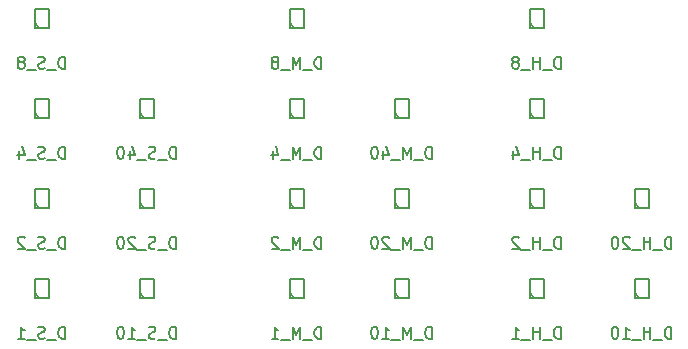
<source format=gbr>
G04 #@! TF.FileFunction,Legend,Bot*
%FSLAX46Y46*%
G04 Gerber Fmt 4.6, Leading zero omitted, Abs format (unit mm)*
G04 Created by KiCad (PCBNEW (2016-05-05 BZR 6775)-product) date Saturday, June 04, 2016 'PMt' 10:04:22 PM*
%MOMM*%
%LPD*%
G01*
G04 APERTURE LIST*
%ADD10C,0.100000*%
%ADD11C,0.150000*%
G04 APERTURE END LIST*
D10*
D11*
X135290000Y-117240000D02*
X135690000Y-117640000D01*
X136490000Y-116040000D02*
X135290000Y-116040000D01*
X135290000Y-116040000D02*
X135290000Y-117640000D01*
X135290000Y-117640000D02*
X136490000Y-117640000D01*
X136490000Y-117640000D02*
X136490000Y-116040000D01*
X122590000Y-124860000D02*
X122990000Y-125260000D01*
X123790000Y-123660000D02*
X122590000Y-123660000D01*
X122590000Y-123660000D02*
X122590000Y-125260000D01*
X122590000Y-125260000D02*
X123790000Y-125260000D01*
X123790000Y-125260000D02*
X123790000Y-123660000D01*
X122590000Y-132480000D02*
X122990000Y-132880000D01*
X123790000Y-131280000D02*
X122590000Y-131280000D01*
X122590000Y-131280000D02*
X122590000Y-132880000D01*
X122590000Y-132880000D02*
X123790000Y-132880000D01*
X123790000Y-132880000D02*
X123790000Y-131280000D01*
X122590000Y-140100000D02*
X122990000Y-140500000D01*
X123790000Y-138900000D02*
X122590000Y-138900000D01*
X122590000Y-138900000D02*
X122590000Y-140500000D01*
X122590000Y-140500000D02*
X123790000Y-140500000D01*
X123790000Y-140500000D02*
X123790000Y-138900000D01*
X113700000Y-117240000D02*
X114100000Y-117640000D01*
X114900000Y-116040000D02*
X113700000Y-116040000D01*
X113700000Y-116040000D02*
X113700000Y-117640000D01*
X113700000Y-117640000D02*
X114900000Y-117640000D01*
X114900000Y-117640000D02*
X114900000Y-116040000D01*
X113700000Y-124860000D02*
X114100000Y-125260000D01*
X114900000Y-123660000D02*
X113700000Y-123660000D01*
X113700000Y-123660000D02*
X113700000Y-125260000D01*
X113700000Y-125260000D02*
X114900000Y-125260000D01*
X114900000Y-125260000D02*
X114900000Y-123660000D01*
X113700000Y-132480000D02*
X114100000Y-132880000D01*
X114900000Y-131280000D02*
X113700000Y-131280000D01*
X113700000Y-131280000D02*
X113700000Y-132880000D01*
X113700000Y-132880000D02*
X114900000Y-132880000D01*
X114900000Y-132880000D02*
X114900000Y-131280000D01*
X113700000Y-140100000D02*
X114100000Y-140500000D01*
X114900000Y-138900000D02*
X113700000Y-138900000D01*
X113700000Y-138900000D02*
X113700000Y-140500000D01*
X113700000Y-140500000D02*
X114900000Y-140500000D01*
X114900000Y-140500000D02*
X114900000Y-138900000D01*
X144180000Y-124860000D02*
X144580000Y-125260000D01*
X145380000Y-123660000D02*
X144180000Y-123660000D01*
X144180000Y-123660000D02*
X144180000Y-125260000D01*
X144180000Y-125260000D02*
X145380000Y-125260000D01*
X145380000Y-125260000D02*
X145380000Y-123660000D01*
X144180000Y-132480000D02*
X144580000Y-132880000D01*
X145380000Y-131280000D02*
X144180000Y-131280000D01*
X144180000Y-131280000D02*
X144180000Y-132880000D01*
X144180000Y-132880000D02*
X145380000Y-132880000D01*
X145380000Y-132880000D02*
X145380000Y-131280000D01*
X144180000Y-140100000D02*
X144580000Y-140500000D01*
X145380000Y-138900000D02*
X144180000Y-138900000D01*
X144180000Y-138900000D02*
X144180000Y-140500000D01*
X144180000Y-140500000D02*
X145380000Y-140500000D01*
X145380000Y-140500000D02*
X145380000Y-138900000D01*
X135290000Y-124860000D02*
X135690000Y-125260000D01*
X136490000Y-123660000D02*
X135290000Y-123660000D01*
X135290000Y-123660000D02*
X135290000Y-125260000D01*
X135290000Y-125260000D02*
X136490000Y-125260000D01*
X136490000Y-125260000D02*
X136490000Y-123660000D01*
X135290000Y-132480000D02*
X135690000Y-132880000D01*
X136490000Y-131280000D02*
X135290000Y-131280000D01*
X135290000Y-131280000D02*
X135290000Y-132880000D01*
X135290000Y-132880000D02*
X136490000Y-132880000D01*
X136490000Y-132880000D02*
X136490000Y-131280000D01*
X135290000Y-140100000D02*
X135690000Y-140500000D01*
X136490000Y-138900000D02*
X135290000Y-138900000D01*
X135290000Y-138900000D02*
X135290000Y-140500000D01*
X135290000Y-140500000D02*
X136490000Y-140500000D01*
X136490000Y-140500000D02*
X136490000Y-138900000D01*
X164500000Y-132480000D02*
X164900000Y-132880000D01*
X165700000Y-131280000D02*
X164500000Y-131280000D01*
X164500000Y-131280000D02*
X164500000Y-132880000D01*
X164500000Y-132880000D02*
X165700000Y-132880000D01*
X165700000Y-132880000D02*
X165700000Y-131280000D01*
X164500000Y-140100000D02*
X164900000Y-140500000D01*
X165700000Y-138900000D02*
X164500000Y-138900000D01*
X164500000Y-138900000D02*
X164500000Y-140500000D01*
X164500000Y-140500000D02*
X165700000Y-140500000D01*
X165700000Y-140500000D02*
X165700000Y-138900000D01*
X155610000Y-117240000D02*
X156010000Y-117640000D01*
X156810000Y-116040000D02*
X155610000Y-116040000D01*
X155610000Y-116040000D02*
X155610000Y-117640000D01*
X155610000Y-117640000D02*
X156810000Y-117640000D01*
X156810000Y-117640000D02*
X156810000Y-116040000D01*
X155610000Y-124860000D02*
X156010000Y-125260000D01*
X156810000Y-123660000D02*
X155610000Y-123660000D01*
X155610000Y-123660000D02*
X155610000Y-125260000D01*
X155610000Y-125260000D02*
X156810000Y-125260000D01*
X156810000Y-125260000D02*
X156810000Y-123660000D01*
X155610000Y-132480000D02*
X156010000Y-132880000D01*
X156810000Y-131280000D02*
X155610000Y-131280000D01*
X155610000Y-131280000D02*
X155610000Y-132880000D01*
X155610000Y-132880000D02*
X156810000Y-132880000D01*
X156810000Y-132880000D02*
X156810000Y-131280000D01*
X155610000Y-140100000D02*
X156010000Y-140500000D01*
X156810000Y-138900000D02*
X155610000Y-138900000D01*
X155610000Y-138900000D02*
X155610000Y-140500000D01*
X155610000Y-140500000D02*
X156810000Y-140500000D01*
X156810000Y-140500000D02*
X156810000Y-138900000D01*
X137961428Y-121102380D02*
X137961428Y-120102380D01*
X137723333Y-120102380D01*
X137580476Y-120150000D01*
X137485238Y-120245238D01*
X137437619Y-120340476D01*
X137390000Y-120530952D01*
X137390000Y-120673809D01*
X137437619Y-120864285D01*
X137485238Y-120959523D01*
X137580476Y-121054761D01*
X137723333Y-121102380D01*
X137961428Y-121102380D01*
X137199523Y-121197619D02*
X136437619Y-121197619D01*
X136199523Y-121102380D02*
X136199523Y-120102380D01*
X135866190Y-120816666D01*
X135532857Y-120102380D01*
X135532857Y-121102380D01*
X135294761Y-121197619D02*
X134532857Y-121197619D01*
X134151904Y-120530952D02*
X134247142Y-120483333D01*
X134294761Y-120435714D01*
X134342380Y-120340476D01*
X134342380Y-120292857D01*
X134294761Y-120197619D01*
X134247142Y-120150000D01*
X134151904Y-120102380D01*
X133961428Y-120102380D01*
X133866190Y-120150000D01*
X133818571Y-120197619D01*
X133770952Y-120292857D01*
X133770952Y-120340476D01*
X133818571Y-120435714D01*
X133866190Y-120483333D01*
X133961428Y-120530952D01*
X134151904Y-120530952D01*
X134247142Y-120578571D01*
X134294761Y-120626190D01*
X134342380Y-120721428D01*
X134342380Y-120911904D01*
X134294761Y-121007142D01*
X134247142Y-121054761D01*
X134151904Y-121102380D01*
X133961428Y-121102380D01*
X133866190Y-121054761D01*
X133818571Y-121007142D01*
X133770952Y-120911904D01*
X133770952Y-120721428D01*
X133818571Y-120626190D01*
X133866190Y-120578571D01*
X133961428Y-120530952D01*
X125642380Y-128722380D02*
X125642380Y-127722380D01*
X125404285Y-127722380D01*
X125261428Y-127770000D01*
X125166190Y-127865238D01*
X125118571Y-127960476D01*
X125070952Y-128150952D01*
X125070952Y-128293809D01*
X125118571Y-128484285D01*
X125166190Y-128579523D01*
X125261428Y-128674761D01*
X125404285Y-128722380D01*
X125642380Y-128722380D01*
X124880476Y-128817619D02*
X124118571Y-128817619D01*
X123928095Y-128674761D02*
X123785238Y-128722380D01*
X123547142Y-128722380D01*
X123451904Y-128674761D01*
X123404285Y-128627142D01*
X123356666Y-128531904D01*
X123356666Y-128436666D01*
X123404285Y-128341428D01*
X123451904Y-128293809D01*
X123547142Y-128246190D01*
X123737619Y-128198571D01*
X123832857Y-128150952D01*
X123880476Y-128103333D01*
X123928095Y-128008095D01*
X123928095Y-127912857D01*
X123880476Y-127817619D01*
X123832857Y-127770000D01*
X123737619Y-127722380D01*
X123499523Y-127722380D01*
X123356666Y-127770000D01*
X123166190Y-128817619D02*
X122404285Y-128817619D01*
X121737619Y-128055714D02*
X121737619Y-128722380D01*
X121975714Y-127674761D02*
X122213809Y-128389047D01*
X121594761Y-128389047D01*
X121023333Y-127722380D02*
X120928095Y-127722380D01*
X120832857Y-127770000D01*
X120785238Y-127817619D01*
X120737619Y-127912857D01*
X120690000Y-128103333D01*
X120690000Y-128341428D01*
X120737619Y-128531904D01*
X120785238Y-128627142D01*
X120832857Y-128674761D01*
X120928095Y-128722380D01*
X121023333Y-128722380D01*
X121118571Y-128674761D01*
X121166190Y-128627142D01*
X121213809Y-128531904D01*
X121261428Y-128341428D01*
X121261428Y-128103333D01*
X121213809Y-127912857D01*
X121166190Y-127817619D01*
X121118571Y-127770000D01*
X121023333Y-127722380D01*
X125642380Y-136342380D02*
X125642380Y-135342380D01*
X125404285Y-135342380D01*
X125261428Y-135390000D01*
X125166190Y-135485238D01*
X125118571Y-135580476D01*
X125070952Y-135770952D01*
X125070952Y-135913809D01*
X125118571Y-136104285D01*
X125166190Y-136199523D01*
X125261428Y-136294761D01*
X125404285Y-136342380D01*
X125642380Y-136342380D01*
X124880476Y-136437619D02*
X124118571Y-136437619D01*
X123928095Y-136294761D02*
X123785238Y-136342380D01*
X123547142Y-136342380D01*
X123451904Y-136294761D01*
X123404285Y-136247142D01*
X123356666Y-136151904D01*
X123356666Y-136056666D01*
X123404285Y-135961428D01*
X123451904Y-135913809D01*
X123547142Y-135866190D01*
X123737619Y-135818571D01*
X123832857Y-135770952D01*
X123880476Y-135723333D01*
X123928095Y-135628095D01*
X123928095Y-135532857D01*
X123880476Y-135437619D01*
X123832857Y-135390000D01*
X123737619Y-135342380D01*
X123499523Y-135342380D01*
X123356666Y-135390000D01*
X123166190Y-136437619D02*
X122404285Y-136437619D01*
X122213809Y-135437619D02*
X122166190Y-135390000D01*
X122070952Y-135342380D01*
X121832857Y-135342380D01*
X121737619Y-135390000D01*
X121690000Y-135437619D01*
X121642380Y-135532857D01*
X121642380Y-135628095D01*
X121690000Y-135770952D01*
X122261428Y-136342380D01*
X121642380Y-136342380D01*
X121023333Y-135342380D02*
X120928095Y-135342380D01*
X120832857Y-135390000D01*
X120785238Y-135437619D01*
X120737619Y-135532857D01*
X120690000Y-135723333D01*
X120690000Y-135961428D01*
X120737619Y-136151904D01*
X120785238Y-136247142D01*
X120832857Y-136294761D01*
X120928095Y-136342380D01*
X121023333Y-136342380D01*
X121118571Y-136294761D01*
X121166190Y-136247142D01*
X121213809Y-136151904D01*
X121261428Y-135961428D01*
X121261428Y-135723333D01*
X121213809Y-135532857D01*
X121166190Y-135437619D01*
X121118571Y-135390000D01*
X121023333Y-135342380D01*
X125642380Y-143962380D02*
X125642380Y-142962380D01*
X125404285Y-142962380D01*
X125261428Y-143010000D01*
X125166190Y-143105238D01*
X125118571Y-143200476D01*
X125070952Y-143390952D01*
X125070952Y-143533809D01*
X125118571Y-143724285D01*
X125166190Y-143819523D01*
X125261428Y-143914761D01*
X125404285Y-143962380D01*
X125642380Y-143962380D01*
X124880476Y-144057619D02*
X124118571Y-144057619D01*
X123928095Y-143914761D02*
X123785238Y-143962380D01*
X123547142Y-143962380D01*
X123451904Y-143914761D01*
X123404285Y-143867142D01*
X123356666Y-143771904D01*
X123356666Y-143676666D01*
X123404285Y-143581428D01*
X123451904Y-143533809D01*
X123547142Y-143486190D01*
X123737619Y-143438571D01*
X123832857Y-143390952D01*
X123880476Y-143343333D01*
X123928095Y-143248095D01*
X123928095Y-143152857D01*
X123880476Y-143057619D01*
X123832857Y-143010000D01*
X123737619Y-142962380D01*
X123499523Y-142962380D01*
X123356666Y-143010000D01*
X123166190Y-144057619D02*
X122404285Y-144057619D01*
X121642380Y-143962380D02*
X122213809Y-143962380D01*
X121928095Y-143962380D02*
X121928095Y-142962380D01*
X122023333Y-143105238D01*
X122118571Y-143200476D01*
X122213809Y-143248095D01*
X121023333Y-142962380D02*
X120928095Y-142962380D01*
X120832857Y-143010000D01*
X120785238Y-143057619D01*
X120737619Y-143152857D01*
X120690000Y-143343333D01*
X120690000Y-143581428D01*
X120737619Y-143771904D01*
X120785238Y-143867142D01*
X120832857Y-143914761D01*
X120928095Y-143962380D01*
X121023333Y-143962380D01*
X121118571Y-143914761D01*
X121166190Y-143867142D01*
X121213809Y-143771904D01*
X121261428Y-143581428D01*
X121261428Y-143343333D01*
X121213809Y-143152857D01*
X121166190Y-143057619D01*
X121118571Y-143010000D01*
X121023333Y-142962380D01*
X116276190Y-121102380D02*
X116276190Y-120102380D01*
X116038095Y-120102380D01*
X115895238Y-120150000D01*
X115800000Y-120245238D01*
X115752380Y-120340476D01*
X115704761Y-120530952D01*
X115704761Y-120673809D01*
X115752380Y-120864285D01*
X115800000Y-120959523D01*
X115895238Y-121054761D01*
X116038095Y-121102380D01*
X116276190Y-121102380D01*
X115514285Y-121197619D02*
X114752380Y-121197619D01*
X114561904Y-121054761D02*
X114419047Y-121102380D01*
X114180952Y-121102380D01*
X114085714Y-121054761D01*
X114038095Y-121007142D01*
X113990476Y-120911904D01*
X113990476Y-120816666D01*
X114038095Y-120721428D01*
X114085714Y-120673809D01*
X114180952Y-120626190D01*
X114371428Y-120578571D01*
X114466666Y-120530952D01*
X114514285Y-120483333D01*
X114561904Y-120388095D01*
X114561904Y-120292857D01*
X114514285Y-120197619D01*
X114466666Y-120150000D01*
X114371428Y-120102380D01*
X114133333Y-120102380D01*
X113990476Y-120150000D01*
X113800000Y-121197619D02*
X113038095Y-121197619D01*
X112657142Y-120530952D02*
X112752380Y-120483333D01*
X112800000Y-120435714D01*
X112847619Y-120340476D01*
X112847619Y-120292857D01*
X112800000Y-120197619D01*
X112752380Y-120150000D01*
X112657142Y-120102380D01*
X112466666Y-120102380D01*
X112371428Y-120150000D01*
X112323809Y-120197619D01*
X112276190Y-120292857D01*
X112276190Y-120340476D01*
X112323809Y-120435714D01*
X112371428Y-120483333D01*
X112466666Y-120530952D01*
X112657142Y-120530952D01*
X112752380Y-120578571D01*
X112800000Y-120626190D01*
X112847619Y-120721428D01*
X112847619Y-120911904D01*
X112800000Y-121007142D01*
X112752380Y-121054761D01*
X112657142Y-121102380D01*
X112466666Y-121102380D01*
X112371428Y-121054761D01*
X112323809Y-121007142D01*
X112276190Y-120911904D01*
X112276190Y-120721428D01*
X112323809Y-120626190D01*
X112371428Y-120578571D01*
X112466666Y-120530952D01*
X116276190Y-128722380D02*
X116276190Y-127722380D01*
X116038095Y-127722380D01*
X115895238Y-127770000D01*
X115800000Y-127865238D01*
X115752380Y-127960476D01*
X115704761Y-128150952D01*
X115704761Y-128293809D01*
X115752380Y-128484285D01*
X115800000Y-128579523D01*
X115895238Y-128674761D01*
X116038095Y-128722380D01*
X116276190Y-128722380D01*
X115514285Y-128817619D02*
X114752380Y-128817619D01*
X114561904Y-128674761D02*
X114419047Y-128722380D01*
X114180952Y-128722380D01*
X114085714Y-128674761D01*
X114038095Y-128627142D01*
X113990476Y-128531904D01*
X113990476Y-128436666D01*
X114038095Y-128341428D01*
X114085714Y-128293809D01*
X114180952Y-128246190D01*
X114371428Y-128198571D01*
X114466666Y-128150952D01*
X114514285Y-128103333D01*
X114561904Y-128008095D01*
X114561904Y-127912857D01*
X114514285Y-127817619D01*
X114466666Y-127770000D01*
X114371428Y-127722380D01*
X114133333Y-127722380D01*
X113990476Y-127770000D01*
X113800000Y-128817619D02*
X113038095Y-128817619D01*
X112371428Y-128055714D02*
X112371428Y-128722380D01*
X112609523Y-127674761D02*
X112847619Y-128389047D01*
X112228571Y-128389047D01*
X116276190Y-136342380D02*
X116276190Y-135342380D01*
X116038095Y-135342380D01*
X115895238Y-135390000D01*
X115800000Y-135485238D01*
X115752380Y-135580476D01*
X115704761Y-135770952D01*
X115704761Y-135913809D01*
X115752380Y-136104285D01*
X115800000Y-136199523D01*
X115895238Y-136294761D01*
X116038095Y-136342380D01*
X116276190Y-136342380D01*
X115514285Y-136437619D02*
X114752380Y-136437619D01*
X114561904Y-136294761D02*
X114419047Y-136342380D01*
X114180952Y-136342380D01*
X114085714Y-136294761D01*
X114038095Y-136247142D01*
X113990476Y-136151904D01*
X113990476Y-136056666D01*
X114038095Y-135961428D01*
X114085714Y-135913809D01*
X114180952Y-135866190D01*
X114371428Y-135818571D01*
X114466666Y-135770952D01*
X114514285Y-135723333D01*
X114561904Y-135628095D01*
X114561904Y-135532857D01*
X114514285Y-135437619D01*
X114466666Y-135390000D01*
X114371428Y-135342380D01*
X114133333Y-135342380D01*
X113990476Y-135390000D01*
X113800000Y-136437619D02*
X113038095Y-136437619D01*
X112847619Y-135437619D02*
X112800000Y-135390000D01*
X112704761Y-135342380D01*
X112466666Y-135342380D01*
X112371428Y-135390000D01*
X112323809Y-135437619D01*
X112276190Y-135532857D01*
X112276190Y-135628095D01*
X112323809Y-135770952D01*
X112895238Y-136342380D01*
X112276190Y-136342380D01*
X116276190Y-143962380D02*
X116276190Y-142962380D01*
X116038095Y-142962380D01*
X115895238Y-143010000D01*
X115800000Y-143105238D01*
X115752380Y-143200476D01*
X115704761Y-143390952D01*
X115704761Y-143533809D01*
X115752380Y-143724285D01*
X115800000Y-143819523D01*
X115895238Y-143914761D01*
X116038095Y-143962380D01*
X116276190Y-143962380D01*
X115514285Y-144057619D02*
X114752380Y-144057619D01*
X114561904Y-143914761D02*
X114419047Y-143962380D01*
X114180952Y-143962380D01*
X114085714Y-143914761D01*
X114038095Y-143867142D01*
X113990476Y-143771904D01*
X113990476Y-143676666D01*
X114038095Y-143581428D01*
X114085714Y-143533809D01*
X114180952Y-143486190D01*
X114371428Y-143438571D01*
X114466666Y-143390952D01*
X114514285Y-143343333D01*
X114561904Y-143248095D01*
X114561904Y-143152857D01*
X114514285Y-143057619D01*
X114466666Y-143010000D01*
X114371428Y-142962380D01*
X114133333Y-142962380D01*
X113990476Y-143010000D01*
X113800000Y-144057619D02*
X113038095Y-144057619D01*
X112276190Y-143962380D02*
X112847619Y-143962380D01*
X112561904Y-143962380D02*
X112561904Y-142962380D01*
X112657142Y-143105238D01*
X112752380Y-143200476D01*
X112847619Y-143248095D01*
X147327619Y-128722380D02*
X147327619Y-127722380D01*
X147089523Y-127722380D01*
X146946666Y-127770000D01*
X146851428Y-127865238D01*
X146803809Y-127960476D01*
X146756190Y-128150952D01*
X146756190Y-128293809D01*
X146803809Y-128484285D01*
X146851428Y-128579523D01*
X146946666Y-128674761D01*
X147089523Y-128722380D01*
X147327619Y-128722380D01*
X146565714Y-128817619D02*
X145803809Y-128817619D01*
X145565714Y-128722380D02*
X145565714Y-127722380D01*
X145232380Y-128436666D01*
X144899047Y-127722380D01*
X144899047Y-128722380D01*
X144660952Y-128817619D02*
X143899047Y-128817619D01*
X143232380Y-128055714D02*
X143232380Y-128722380D01*
X143470476Y-127674761D02*
X143708571Y-128389047D01*
X143089523Y-128389047D01*
X142518095Y-127722380D02*
X142422857Y-127722380D01*
X142327619Y-127770000D01*
X142280000Y-127817619D01*
X142232380Y-127912857D01*
X142184761Y-128103333D01*
X142184761Y-128341428D01*
X142232380Y-128531904D01*
X142280000Y-128627142D01*
X142327619Y-128674761D01*
X142422857Y-128722380D01*
X142518095Y-128722380D01*
X142613333Y-128674761D01*
X142660952Y-128627142D01*
X142708571Y-128531904D01*
X142756190Y-128341428D01*
X142756190Y-128103333D01*
X142708571Y-127912857D01*
X142660952Y-127817619D01*
X142613333Y-127770000D01*
X142518095Y-127722380D01*
X147327619Y-136342380D02*
X147327619Y-135342380D01*
X147089523Y-135342380D01*
X146946666Y-135390000D01*
X146851428Y-135485238D01*
X146803809Y-135580476D01*
X146756190Y-135770952D01*
X146756190Y-135913809D01*
X146803809Y-136104285D01*
X146851428Y-136199523D01*
X146946666Y-136294761D01*
X147089523Y-136342380D01*
X147327619Y-136342380D01*
X146565714Y-136437619D02*
X145803809Y-136437619D01*
X145565714Y-136342380D02*
X145565714Y-135342380D01*
X145232380Y-136056666D01*
X144899047Y-135342380D01*
X144899047Y-136342380D01*
X144660952Y-136437619D02*
X143899047Y-136437619D01*
X143708571Y-135437619D02*
X143660952Y-135390000D01*
X143565714Y-135342380D01*
X143327619Y-135342380D01*
X143232380Y-135390000D01*
X143184761Y-135437619D01*
X143137142Y-135532857D01*
X143137142Y-135628095D01*
X143184761Y-135770952D01*
X143756190Y-136342380D01*
X143137142Y-136342380D01*
X142518095Y-135342380D02*
X142422857Y-135342380D01*
X142327619Y-135390000D01*
X142280000Y-135437619D01*
X142232380Y-135532857D01*
X142184761Y-135723333D01*
X142184761Y-135961428D01*
X142232380Y-136151904D01*
X142280000Y-136247142D01*
X142327619Y-136294761D01*
X142422857Y-136342380D01*
X142518095Y-136342380D01*
X142613333Y-136294761D01*
X142660952Y-136247142D01*
X142708571Y-136151904D01*
X142756190Y-135961428D01*
X142756190Y-135723333D01*
X142708571Y-135532857D01*
X142660952Y-135437619D01*
X142613333Y-135390000D01*
X142518095Y-135342380D01*
X147327619Y-143962380D02*
X147327619Y-142962380D01*
X147089523Y-142962380D01*
X146946666Y-143010000D01*
X146851428Y-143105238D01*
X146803809Y-143200476D01*
X146756190Y-143390952D01*
X146756190Y-143533809D01*
X146803809Y-143724285D01*
X146851428Y-143819523D01*
X146946666Y-143914761D01*
X147089523Y-143962380D01*
X147327619Y-143962380D01*
X146565714Y-144057619D02*
X145803809Y-144057619D01*
X145565714Y-143962380D02*
X145565714Y-142962380D01*
X145232380Y-143676666D01*
X144899047Y-142962380D01*
X144899047Y-143962380D01*
X144660952Y-144057619D02*
X143899047Y-144057619D01*
X143137142Y-143962380D02*
X143708571Y-143962380D01*
X143422857Y-143962380D02*
X143422857Y-142962380D01*
X143518095Y-143105238D01*
X143613333Y-143200476D01*
X143708571Y-143248095D01*
X142518095Y-142962380D02*
X142422857Y-142962380D01*
X142327619Y-143010000D01*
X142280000Y-143057619D01*
X142232380Y-143152857D01*
X142184761Y-143343333D01*
X142184761Y-143581428D01*
X142232380Y-143771904D01*
X142280000Y-143867142D01*
X142327619Y-143914761D01*
X142422857Y-143962380D01*
X142518095Y-143962380D01*
X142613333Y-143914761D01*
X142660952Y-143867142D01*
X142708571Y-143771904D01*
X142756190Y-143581428D01*
X142756190Y-143343333D01*
X142708571Y-143152857D01*
X142660952Y-143057619D01*
X142613333Y-143010000D01*
X142518095Y-142962380D01*
X137961428Y-128722380D02*
X137961428Y-127722380D01*
X137723333Y-127722380D01*
X137580476Y-127770000D01*
X137485238Y-127865238D01*
X137437619Y-127960476D01*
X137390000Y-128150952D01*
X137390000Y-128293809D01*
X137437619Y-128484285D01*
X137485238Y-128579523D01*
X137580476Y-128674761D01*
X137723333Y-128722380D01*
X137961428Y-128722380D01*
X137199523Y-128817619D02*
X136437619Y-128817619D01*
X136199523Y-128722380D02*
X136199523Y-127722380D01*
X135866190Y-128436666D01*
X135532857Y-127722380D01*
X135532857Y-128722380D01*
X135294761Y-128817619D02*
X134532857Y-128817619D01*
X133866190Y-128055714D02*
X133866190Y-128722380D01*
X134104285Y-127674761D02*
X134342380Y-128389047D01*
X133723333Y-128389047D01*
X137961428Y-136342380D02*
X137961428Y-135342380D01*
X137723333Y-135342380D01*
X137580476Y-135390000D01*
X137485238Y-135485238D01*
X137437619Y-135580476D01*
X137390000Y-135770952D01*
X137390000Y-135913809D01*
X137437619Y-136104285D01*
X137485238Y-136199523D01*
X137580476Y-136294761D01*
X137723333Y-136342380D01*
X137961428Y-136342380D01*
X137199523Y-136437619D02*
X136437619Y-136437619D01*
X136199523Y-136342380D02*
X136199523Y-135342380D01*
X135866190Y-136056666D01*
X135532857Y-135342380D01*
X135532857Y-136342380D01*
X135294761Y-136437619D02*
X134532857Y-136437619D01*
X134342380Y-135437619D02*
X134294761Y-135390000D01*
X134199523Y-135342380D01*
X133961428Y-135342380D01*
X133866190Y-135390000D01*
X133818571Y-135437619D01*
X133770952Y-135532857D01*
X133770952Y-135628095D01*
X133818571Y-135770952D01*
X134390000Y-136342380D01*
X133770952Y-136342380D01*
X137961428Y-143962380D02*
X137961428Y-142962380D01*
X137723333Y-142962380D01*
X137580476Y-143010000D01*
X137485238Y-143105238D01*
X137437619Y-143200476D01*
X137390000Y-143390952D01*
X137390000Y-143533809D01*
X137437619Y-143724285D01*
X137485238Y-143819523D01*
X137580476Y-143914761D01*
X137723333Y-143962380D01*
X137961428Y-143962380D01*
X137199523Y-144057619D02*
X136437619Y-144057619D01*
X136199523Y-143962380D02*
X136199523Y-142962380D01*
X135866190Y-143676666D01*
X135532857Y-142962380D01*
X135532857Y-143962380D01*
X135294761Y-144057619D02*
X134532857Y-144057619D01*
X133770952Y-143962380D02*
X134342380Y-143962380D01*
X134056666Y-143962380D02*
X134056666Y-142962380D01*
X134151904Y-143105238D01*
X134247142Y-143200476D01*
X134342380Y-143248095D01*
X167600000Y-136342380D02*
X167600000Y-135342380D01*
X167361904Y-135342380D01*
X167219047Y-135390000D01*
X167123809Y-135485238D01*
X167076190Y-135580476D01*
X167028571Y-135770952D01*
X167028571Y-135913809D01*
X167076190Y-136104285D01*
X167123809Y-136199523D01*
X167219047Y-136294761D01*
X167361904Y-136342380D01*
X167600000Y-136342380D01*
X166838095Y-136437619D02*
X166076190Y-136437619D01*
X165838095Y-136342380D02*
X165838095Y-135342380D01*
X165838095Y-135818571D02*
X165266666Y-135818571D01*
X165266666Y-136342380D02*
X165266666Y-135342380D01*
X165028571Y-136437619D02*
X164266666Y-136437619D01*
X164076190Y-135437619D02*
X164028571Y-135390000D01*
X163933333Y-135342380D01*
X163695238Y-135342380D01*
X163600000Y-135390000D01*
X163552380Y-135437619D01*
X163504761Y-135532857D01*
X163504761Y-135628095D01*
X163552380Y-135770952D01*
X164123809Y-136342380D01*
X163504761Y-136342380D01*
X162885714Y-135342380D02*
X162790476Y-135342380D01*
X162695238Y-135390000D01*
X162647619Y-135437619D01*
X162600000Y-135532857D01*
X162552380Y-135723333D01*
X162552380Y-135961428D01*
X162600000Y-136151904D01*
X162647619Y-136247142D01*
X162695238Y-136294761D01*
X162790476Y-136342380D01*
X162885714Y-136342380D01*
X162980952Y-136294761D01*
X163028571Y-136247142D01*
X163076190Y-136151904D01*
X163123809Y-135961428D01*
X163123809Y-135723333D01*
X163076190Y-135532857D01*
X163028571Y-135437619D01*
X162980952Y-135390000D01*
X162885714Y-135342380D01*
X167600000Y-143962380D02*
X167600000Y-142962380D01*
X167361904Y-142962380D01*
X167219047Y-143010000D01*
X167123809Y-143105238D01*
X167076190Y-143200476D01*
X167028571Y-143390952D01*
X167028571Y-143533809D01*
X167076190Y-143724285D01*
X167123809Y-143819523D01*
X167219047Y-143914761D01*
X167361904Y-143962380D01*
X167600000Y-143962380D01*
X166838095Y-144057619D02*
X166076190Y-144057619D01*
X165838095Y-143962380D02*
X165838095Y-142962380D01*
X165838095Y-143438571D02*
X165266666Y-143438571D01*
X165266666Y-143962380D02*
X165266666Y-142962380D01*
X165028571Y-144057619D02*
X164266666Y-144057619D01*
X163504761Y-143962380D02*
X164076190Y-143962380D01*
X163790476Y-143962380D02*
X163790476Y-142962380D01*
X163885714Y-143105238D01*
X163980952Y-143200476D01*
X164076190Y-143248095D01*
X162885714Y-142962380D02*
X162790476Y-142962380D01*
X162695238Y-143010000D01*
X162647619Y-143057619D01*
X162600000Y-143152857D01*
X162552380Y-143343333D01*
X162552380Y-143581428D01*
X162600000Y-143771904D01*
X162647619Y-143867142D01*
X162695238Y-143914761D01*
X162790476Y-143962380D01*
X162885714Y-143962380D01*
X162980952Y-143914761D01*
X163028571Y-143867142D01*
X163076190Y-143771904D01*
X163123809Y-143581428D01*
X163123809Y-143343333D01*
X163076190Y-143152857D01*
X163028571Y-143057619D01*
X162980952Y-143010000D01*
X162885714Y-142962380D01*
X158233809Y-121102380D02*
X158233809Y-120102380D01*
X157995714Y-120102380D01*
X157852857Y-120150000D01*
X157757619Y-120245238D01*
X157710000Y-120340476D01*
X157662380Y-120530952D01*
X157662380Y-120673809D01*
X157710000Y-120864285D01*
X157757619Y-120959523D01*
X157852857Y-121054761D01*
X157995714Y-121102380D01*
X158233809Y-121102380D01*
X157471904Y-121197619D02*
X156710000Y-121197619D01*
X156471904Y-121102380D02*
X156471904Y-120102380D01*
X156471904Y-120578571D02*
X155900476Y-120578571D01*
X155900476Y-121102380D02*
X155900476Y-120102380D01*
X155662380Y-121197619D02*
X154900476Y-121197619D01*
X154519523Y-120530952D02*
X154614761Y-120483333D01*
X154662380Y-120435714D01*
X154710000Y-120340476D01*
X154710000Y-120292857D01*
X154662380Y-120197619D01*
X154614761Y-120150000D01*
X154519523Y-120102380D01*
X154329047Y-120102380D01*
X154233809Y-120150000D01*
X154186190Y-120197619D01*
X154138571Y-120292857D01*
X154138571Y-120340476D01*
X154186190Y-120435714D01*
X154233809Y-120483333D01*
X154329047Y-120530952D01*
X154519523Y-120530952D01*
X154614761Y-120578571D01*
X154662380Y-120626190D01*
X154710000Y-120721428D01*
X154710000Y-120911904D01*
X154662380Y-121007142D01*
X154614761Y-121054761D01*
X154519523Y-121102380D01*
X154329047Y-121102380D01*
X154233809Y-121054761D01*
X154186190Y-121007142D01*
X154138571Y-120911904D01*
X154138571Y-120721428D01*
X154186190Y-120626190D01*
X154233809Y-120578571D01*
X154329047Y-120530952D01*
X158233809Y-128722380D02*
X158233809Y-127722380D01*
X157995714Y-127722380D01*
X157852857Y-127770000D01*
X157757619Y-127865238D01*
X157710000Y-127960476D01*
X157662380Y-128150952D01*
X157662380Y-128293809D01*
X157710000Y-128484285D01*
X157757619Y-128579523D01*
X157852857Y-128674761D01*
X157995714Y-128722380D01*
X158233809Y-128722380D01*
X157471904Y-128817619D02*
X156710000Y-128817619D01*
X156471904Y-128722380D02*
X156471904Y-127722380D01*
X156471904Y-128198571D02*
X155900476Y-128198571D01*
X155900476Y-128722380D02*
X155900476Y-127722380D01*
X155662380Y-128817619D02*
X154900476Y-128817619D01*
X154233809Y-128055714D02*
X154233809Y-128722380D01*
X154471904Y-127674761D02*
X154710000Y-128389047D01*
X154090952Y-128389047D01*
X158233809Y-136342380D02*
X158233809Y-135342380D01*
X157995714Y-135342380D01*
X157852857Y-135390000D01*
X157757619Y-135485238D01*
X157710000Y-135580476D01*
X157662380Y-135770952D01*
X157662380Y-135913809D01*
X157710000Y-136104285D01*
X157757619Y-136199523D01*
X157852857Y-136294761D01*
X157995714Y-136342380D01*
X158233809Y-136342380D01*
X157471904Y-136437619D02*
X156710000Y-136437619D01*
X156471904Y-136342380D02*
X156471904Y-135342380D01*
X156471904Y-135818571D02*
X155900476Y-135818571D01*
X155900476Y-136342380D02*
X155900476Y-135342380D01*
X155662380Y-136437619D02*
X154900476Y-136437619D01*
X154710000Y-135437619D02*
X154662380Y-135390000D01*
X154567142Y-135342380D01*
X154329047Y-135342380D01*
X154233809Y-135390000D01*
X154186190Y-135437619D01*
X154138571Y-135532857D01*
X154138571Y-135628095D01*
X154186190Y-135770952D01*
X154757619Y-136342380D01*
X154138571Y-136342380D01*
X158233809Y-143962380D02*
X158233809Y-142962380D01*
X157995714Y-142962380D01*
X157852857Y-143010000D01*
X157757619Y-143105238D01*
X157710000Y-143200476D01*
X157662380Y-143390952D01*
X157662380Y-143533809D01*
X157710000Y-143724285D01*
X157757619Y-143819523D01*
X157852857Y-143914761D01*
X157995714Y-143962380D01*
X158233809Y-143962380D01*
X157471904Y-144057619D02*
X156710000Y-144057619D01*
X156471904Y-143962380D02*
X156471904Y-142962380D01*
X156471904Y-143438571D02*
X155900476Y-143438571D01*
X155900476Y-143962380D02*
X155900476Y-142962380D01*
X155662380Y-144057619D02*
X154900476Y-144057619D01*
X154138571Y-143962380D02*
X154710000Y-143962380D01*
X154424285Y-143962380D02*
X154424285Y-142962380D01*
X154519523Y-143105238D01*
X154614761Y-143200476D01*
X154710000Y-143248095D01*
M02*

</source>
